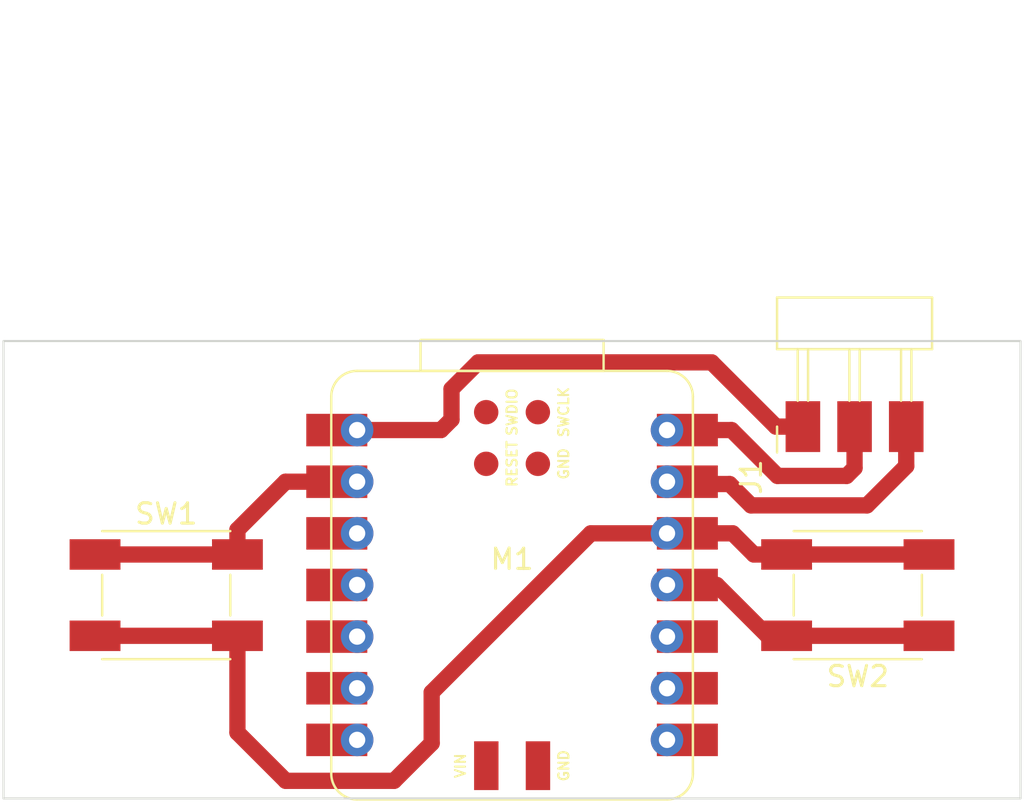
<source format=kicad_pcb>
(kicad_pcb (version 20221018) (generator pcbnew)
  (layers (0 "F.Cu" signal) (31 "B.Cu" signal) (34 "B.Paste" user) (35 "F.Paste" user) (36 "B.SilkS" user "B.Silkscreen") (37 "F.SilkS" user "F.Silkscreen") (38 "B.Mask" user) (39 "F.Mask" user) (44 "Edge.Cuts" user))
  (net 0 "")
  (net 1 "Net-(J1-Pin_1)")
  (net 2 "Net-(J1-Pin_2)")
  (net 3 "Net-(J1-Pin_3)")
  (net 18 "Net-(M1-D1)")
  (net 19 "Net-(M1-D10)")
  (net 20 "Net-(M1-3V3)")
  (footprint "fab:PinHeader_1x03_P2.54mm_Horizontal_SMD" (layer "F.Cu") (at 183.225 91.275 90)
    (fp_text reference "J1" (at -1.524 -2.54 90) (layer "F.SilkS") (effects (justify right)))
    (fp_text value "Conn_PinHeader_1x03_P2.54mm_Horizontal_SMD")
    (fp_line (start -1.27 -1.27) (end 0 -1.27) (stroke (width 0.12)) (layer "F.SilkS"))
    (fp_line (start 3.81 -1.27) (end 6.35 -1.27) (stroke (width 0.12)) (layer "F.SilkS"))
    (fp_line (start 3.81 -0.254) (end 1.27 -0.254) (stroke (width 0.12)) (layer "F.SilkS"))
    (fp_line (start 3.81 0.254) (end 1.27 0.254) (stroke (width 0.12)) (layer "F.SilkS"))
    (fp_line (start 3.81 2.286) (end 1.27 2.286) (stroke (width 0.12)) (layer "F.SilkS"))
    (fp_line (start 3.81 2.794) (end 1.27 2.794) (stroke (width 0.12)) (layer "F.SilkS"))
    (fp_line (start 3.81 4.826) (end 1.27 4.826) (stroke (width 0.12)) (layer "F.SilkS"))
    (fp_line (start 3.81 5.334) (end 1.27 5.334) (stroke (width 0.12)) (layer "F.SilkS"))
    (fp_line (start 3.81 6.35) (end 3.81 -1.27) (stroke (width 0.12)) (layer "F.SilkS"))
    (fp_line (start 6.35 -1.27) (end 6.35 6.35) (stroke (width 0.12)) (layer "F.SilkS"))
    (fp_line (start 6.35 6.35) (end 3.81 6.35) (stroke (width 0.12)) (layer "F.SilkS"))
    (pad "1" smd rect (at 0 0 90) (size 2.5 1.7) (layers "F.Cu" "F.Paste" "F.Mask") (net 1 "Net-(J1-Pin_1)"))
    (pad "2" smd rect (at 0 2.54 90) (size 2.5 1.7) (layers "F.Cu" "F.Paste" "F.Mask") (net 2 "Net-(J1-Pin_2)"))
    (pad "3" smd rect (at 0 5.08 90) (size 2.5 1.7) (layers "F.Cu" "F.Paste" "F.Mask") (net 3 "Net-(J1-Pin_3)"))
  )
  (footprint "fab:Button_Omron_B3SN_6.0x6.0mm" (layer "F.Cu") (at 151.925 99.565)
    (fp_text reference "SW1" (at 0 -4) (layer "F.SilkS"))
    (fp_text value "Switch_Tactile_Omron")
    (fp_line (start -3.15 -3.15) (end 3.15 -3.15) (stroke (width 0.12)) (layer "F.SilkS"))
    (fp_line (start -3.15 1) (end -3.15 -1) (stroke (width 0.12)) (layer "F.SilkS"))
    (fp_line (start 3.15 -1) (end 3.15 1) (stroke (width 0.12)) (layer "F.SilkS"))
    (fp_line (start 3.15 3.15) (end -3.15 3.15) (stroke (width 0.12)) (layer "F.SilkS"))
    (pad "1" smd rect (at -3.5 -2) (size 2.5 1.5) (layers "F.Cu" "F.Paste" "F.Mask") (net 18 "Net-(M1-D1)"))
    (pad "1" smd rect (at 3.5 -2) (size 2.5 1.5) (layers "F.Cu" "F.Paste" "F.Mask") (net 18 "Net-(M1-D1)"))
    (pad "2" smd rect (at -3.5 2) (size 2.5 1.5) (layers "F.Cu" "F.Paste" "F.Mask") (net 20 "Net-(M1-3V3)"))
    (pad "2" smd rect (at 3.5 2) (size 2.5 1.5) (layers "F.Cu" "F.Paste" "F.Mask") (net 20 "Net-(M1-3V3)"))
  )
  (footprint "fab:SeeedStudio_XIAO_RP2040" (layer "F.Cu") (at 168.925 99.065)
    (fp_text reference "M1" (at 0 -1.27 unlocked) (layer "F.SilkS"))
    (fp_text value "Module_XIAO-RP2040")
    (fp_text user "SWCLK" (at 2.54 -8.5 90 unlocked) (layer "F.SilkS") (effects (font (size 0.5 0.5) (thickness 0.1) bold)))
    (fp_text user "SWDIO" (at 0 -8.5 90 unlocked) (layer "F.SilkS") (effects (font (size 0.5 0.5) (thickness 0.1) bold)))
    (fp_text user "VIN" (at -2.535 8.89 90 unlocked) (layer "F.SilkS") (effects (font (size 0.5 0.5) (thickness 0.1) bold)))
    (fp_text user "GND" (at 2.54 -5.96 90 unlocked) (layer "F.SilkS") (effects (font (size 0.5 0.5) (thickness 0.1) bold)))
    (fp_text user "GND" (at 2.545 8.89 90 unlocked) (layer "F.SilkS") (effects (font (size 0.5 0.5) (thickness 0.1) bold)))
    (fp_text user "RESET" (at 0 -5.96 90 unlocked) (layer "F.SilkS") (effects (font (size 0.5 0.5) (thickness 0.1) bold)))
    (fp_line (start -8.8875 9.281) (end -8.8875 -9.261) (stroke (width 0.12)) (layer "F.SilkS"))
    (fp_line (start -7.6175 -10.531) (end 7.6225 -10.531) (stroke (width 0.12)) (layer "F.SilkS"))
    (fp_line (start 7.6225 10.551) (end -7.6175 10.551) (stroke (width 0.12)) (layer "F.SilkS"))
    (fp_line (start 8.8925 -9.261) (end 8.8925 9.281) (stroke (width 0.12)) (layer "F.SilkS"))
    (fp_rect (start -4.4975 -10.531) (end 4.5025 -12.055) (stroke (width 0.12)) (fill none) (layer "F.SilkS"))
    (fp_arc (start -8.8875 -9.261) (mid -8.515526 -10.159026) (end -7.6175 -10.531) (stroke (width 0.12)) (layer "F.SilkS"))
    (fp_arc (start -7.6175 10.551) (mid -8.515526 10.179026) (end -8.8875 9.281) (stroke (width 0.12)) (layer "F.SilkS"))
    (fp_arc (start 7.6225 -10.531) (mid 8.520526 -10.159026) (end 8.8925 -9.261) (stroke (width 0.12)) (layer "F.SilkS"))
    (fp_arc (start 8.8925 9.281) (mid 8.520526 10.179026) (end 7.6225 10.551) (stroke (width 0.12)) (layer "F.SilkS"))
    (pad "1" thru_hole circle (at -7.615 -7.62) (size 1.6 1.6) (drill 0.8) (layers "*.Cu" "*.Mask") (net 1 "Net-(J1-Pin_1)"))
    (pad "1" smd rect (at -7.615 -7.62) (size 3 1.6) (drill (offset -1 0)) (layers "F.Cu" "F.Paste" "F.Mask") (net 1 "Net-(J1-Pin_1)"))
    (pad "2" thru_hole circle (at -7.615 -5.08) (size 1.6 1.6) (drill 0.8) (layers "*.Cu" "*.Mask") (net 18 "Net-(M1-D1)"))
    (pad "2" smd rect (at -7.615 -5.08) (size 3 1.6) (drill (offset -1 0)) (layers "F.Cu" "F.Paste" "F.Mask") (net 18 "Net-(M1-D1)"))
    (pad "3" thru_hole circle (at -7.615 -2.54) (size 1.6 1.6) (drill 0.8) (layers "*.Cu" "*.Mask"))
    (pad "3" smd rect (at -7.615 -2.54) (size 3 1.6) (drill (offset -1 0)) (layers "F.Cu" "F.Paste" "F.Mask"))
    (pad "4" thru_hole circle (at -7.615 0) (size 1.6 1.6) (drill 0.8) (layers "*.Cu" "*.Mask"))
    (pad "4" smd rect (at -7.615 0) (size 3 1.6) (drill (offset -1 0)) (layers "F.Cu" "F.Paste" "F.Mask"))
    (pad "5" thru_hole circle (at -7.615 2.54) (size 1.6 1.6) (drill 0.8) (layers "*.Cu" "*.Mask"))
    (pad "5" smd rect (at -7.615 2.54) (size 3 1.6) (drill (offset -1 0)) (layers "F.Cu" "F.Paste" "F.Mask"))
    (pad "6" thru_hole circle (at -7.615 5.08) (size 1.6 1.6) (drill 0.8) (layers "*.Cu" "*.Mask"))
    (pad "6" smd rect (at -7.615 5.08) (size 3 1.6) (drill (offset -1 0)) (layers "F.Cu" "F.Paste" "F.Mask"))
    (pad "7" thru_hole circle (at -7.615 7.62) (size 1.6 1.6) (drill 0.8) (layers "*.Cu" "*.Mask"))
    (pad "7" smd rect (at -7.615 7.62) (size 3 1.6) (drill (offset -1 0)) (layers "F.Cu" "F.Paste" "F.Mask"))
    (pad "8" thru_hole circle (at 7.62 7.62) (size 1.6 1.6) (drill 0.8) (layers "*.Cu" "*.Mask"))
    (pad "8" smd rect (at 7.62 7.62) (size 3 1.6) (drill (offset 1 0)) (layers "F.Cu" "F.Paste" "F.Mask"))
    (pad "9" thru_hole circle (at 7.62 5.08) (size 1.6 1.6) (drill 0.8) (layers "*.Cu" "*.Mask"))
    (pad "9" smd rect (at 7.62 5.08) (size 3 1.6) (drill (offset 1 0)) (layers "F.Cu" "F.Paste" "F.Mask"))
    (pad "10" thru_hole circle (at 7.62 2.54) (size 1.6 1.6) (drill 0.8) (layers "*.Cu" "*.Mask"))
    (pad "10" smd rect (at 7.62 2.54) (size 3 1.6) (drill (offset 1 0)) (layers "F.Cu" "F.Paste" "F.Mask"))
    (pad "11" thru_hole circle (at 7.62 0) (size 1.6 1.6) (drill 0.8) (layers "*.Cu" "*.Mask") (net 19 "Net-(M1-D10)"))
    (pad "11" smd rect (at 7.62 0) (size 3 1.6) (drill (offset 1 0)) (layers "F.Cu" "F.Paste" "F.Mask") (net 19 "Net-(M1-D10)"))
    (pad "12" thru_hole circle (at 7.62 -2.54) (size 1.6 1.6) (drill 0.8) (layers "*.Cu" "*.Mask") (net 20 "Net-(M1-3V3)"))
    (pad "12" smd rect (at 7.62 -2.54) (size 3 1.6) (drill (offset 1 0)) (layers "F.Cu" "F.Paste" "F.Mask") (net 20 "Net-(M1-3V3)"))
    (pad "13" thru_hole circle (at 7.62 -5.08) (size 1.6 1.6) (drill 0.8) (layers "*.Cu" "*.Mask") (net 3 "Net-(J1-Pin_3)"))
    (pad "13" smd rect (at 7.62 -5.08) (size 3 1.6) (drill (offset 1 0)) (layers "F.Cu" "F.Paste" "F.Mask") (net 3 "Net-(J1-Pin_3)"))
    (pad "14" thru_hole circle (at 7.62 -7.62) (size 1.6 1.6) (drill 0.8) (layers "*.Cu" "*.Mask") (net 2 "Net-(J1-Pin_2)"))
    (pad "14" smd rect (at 7.62 -7.62) (size 3 1.6) (drill (offset 1 0)) (layers "F.Cu" "F.Paste" "F.Mask") (net 2 "Net-(J1-Pin_2)"))
    (pad "15" smd rect (at 1.275 8.89 270) (size 2.4 1.2) (layers "F.Cu" "F.Paste" "F.Mask"))
    (pad "16" smd rect (at -1.265 8.89 270) (size 2.4 1.2) (layers "F.Cu" "F.Paste" "F.Mask"))
    (pad "17" smd circle (at -1.27 -8.5) (size 1.2 1.2) (layers "F.Cu" "F.Paste" "F.Mask"))
    (pad "18" smd circle (at -1.27 -5.96) (size 1.2 1.2) (layers "F.Cu" "F.Paste" "F.Mask"))
    (pad "19" smd circle (at 1.27 -5.96) (size 1.2 1.2) (layers "F.Cu" "F.Paste" "F.Mask"))
    (pad "20" smd circle (at 1.27 -8.5) (size 1.2 1.2) (layers "F.Cu" "F.Paste" "F.Mask"))
  )
  (footprint "fab:Button_Omron_B3SN_6.0x6.0mm" (layer "F.Cu") (at 185.925 99.565 180)
    (fp_text reference "SW2" (at 0 -4) (layer "F.SilkS"))
    (fp_text value "Switch_Tactile_Omron")
    (fp_line (start -3.15 -3.15) (end 3.15 -3.15) (stroke (width 0.12)) (layer "F.SilkS"))
    (fp_line (start -3.15 1) (end -3.15 -1) (stroke (width 0.12)) (layer "F.SilkS"))
    (fp_line (start 3.15 -1) (end 3.15 1) (stroke (width 0.12)) (layer "F.SilkS"))
    (fp_line (start 3.15 3.15) (end -3.15 3.15) (stroke (width 0.12)) (layer "F.SilkS"))
    (pad "1" smd rect (at -3.5 -2 180) (size 2.5 1.5) (layers "F.Cu" "F.Paste" "F.Mask") (net 19 "Net-(M1-D10)"))
    (pad "1" smd rect (at 3.5 -2 180) (size 2.5 1.5) (layers "F.Cu" "F.Paste" "F.Mask") (net 19 "Net-(M1-D10)"))
    (pad "2" smd rect (at -3.5 2 180) (size 2.5 1.5) (layers "F.Cu" "F.Paste" "F.Mask") (net 20 "Net-(M1-3V3)"))
    (pad "2" smd rect (at 3.5 2 180) (size 2.5 1.5) (layers "F.Cu" "F.Paste" "F.Mask") (net 20 "Net-(M1-3V3)"))
  )
  (gr_rect (start 143.925 87.065) (end 193.925 109.565) (stroke (width 0.1)) (fill none) (layer "Edge.Cuts"))
  (segment (start 167.26 88.115) (end 178.74 88.115) (width 0.8) (layer "F.Cu") (net 1))
  (segment (start 181.9 91.275) (end 183.225 91.275) (width 0.8) (layer "F.Cu") (net 1))
  (segment (start 165.95 89.425) (end 167.26 88.115) (width 0.8) (layer "F.Cu") (net 1))
  (segment (start 165.95 90.925) (end 165.95 89.425) (width 0.8) (layer "F.Cu") (net 1))
  (segment (start 165.43 91.445) (end 165.95 90.925) (width 0.8) (layer "F.Cu") (net 1))
  (segment (start 178.74 88.115) (end 181.9 91.275) (width 0.8) (layer "F.Cu") (net 1))
  (segment (start 161.31 91.445) (end 165.43 91.445) (width 0.8) (layer "F.Cu") (net 1))
  (segment (start 185.375 93.7) (end 185.765 93.31) (width 0.8) (layer "F.Cu") (net 2))
  (segment (start 179.72 91.445) (end 181.975 93.7) (width 0.8) (layer "F.Cu") (net 2))
  (segment (start 181.975 93.7) (end 185.375 93.7) (width 0.8) (layer "F.Cu") (net 2))
  (segment (start 176.545 91.445) (end 179.72 91.445) (width 0.8) (layer "F.Cu") (net 2))
  (segment (start 185.765 93.31) (end 185.765 91.275) (width 0.8) (layer "F.Cu") (net 2))
  (segment (start 180.675 95.15) (end 186.375 95.15) (width 0.8) (layer "F.Cu") (net 3))
  (segment (start 186.375 95.15) (end 188.305 93.22) (width 0.8) (layer "F.Cu") (net 3))
  (segment (start 176.545 93.985) (end 176.66 94.1) (width 0.8) (layer "F.Cu") (net 3))
  (segment (start 188.305 93.22) (end 188.305 91.275) (width 0.8) (layer "F.Cu") (net 3))
  (segment (start 176.66 94.1) (end 179.625 94.1) (width 0.8) (layer "F.Cu") (net 3))
  (segment (start 179.625 94.1) (end 180.675 95.15) (width 0.8) (layer "F.Cu") (net 3))
  (segment (start 157.79 93.985) (end 155.425 96.35) (width 0.8) (layer "F.Cu") (net 18))
  (segment (start 161.31 93.985) (end 157.79 93.985) (width 0.8) (layer "F.Cu") (net 18))
  (segment (start 155.425 96.35) (end 155.425 97.565) (width 0.8) (layer "F.Cu") (net 18))
  (segment (start 155.425 97.565) (end 148.425 97.565) (width 0.8) (layer "F.Cu") (net 18))
  (segment (start 178.99 99.065) (end 181.49 101.565) (width 0.8) (layer "F.Cu") (net 19))
  (segment (start 176.545 99.065) (end 178.99 99.065) (width 0.8) (layer "F.Cu") (net 19))
  (segment (start 182.425 101.565) (end 189.425 101.565) (width 0.8) (layer "F.Cu") (net 19))
  (segment (start 181.49 101.565) (end 182.425 101.565) (width 0.8) (layer "F.Cu") (net 19))
  (segment (start 155.425 101.565) (end 155.425 106.325) (width 0.8) (layer "F.Cu") (net 20))
  (segment (start 155.425 106.325) (end 157.8 108.7) (width 0.8) (layer "F.Cu") (net 20))
  (segment (start 176.545 96.525) (end 179.775 96.525) (width 0.8) (layer "F.Cu") (net 20))
  (segment (start 180.815 97.565) (end 182.425 97.565) (width 0.8) (layer "F.Cu") (net 20))
  (segment (start 155.425 101.565) (end 148.425 101.565) (width 0.8) (layer "F.Cu") (net 20))
  (segment (start 157.8 108.7) (end 163.125 108.7) (width 0.8) (layer "F.Cu") (net 20))
  (segment (start 164.975 106.85) (end 164.975 104.35) (width 0.8) (layer "F.Cu") (net 20))
  (segment (start 182.425 97.565) (end 189.425 97.565) (width 0.8) (layer "F.Cu") (net 20))
  (segment (start 172.8 96.525) (end 176.545 96.525) (width 0.8) (layer "F.Cu") (net 20))
  (segment (start 163.125 108.7) (end 164.975 106.85) (width 0.8) (layer "F.Cu") (net 20))
  (segment (start 179.775 96.525) (end 180.815 97.565) (width 0.8) (layer "F.Cu") (net 20))
  (segment (start 164.975 104.35) (end 172.8 96.525) (width 0.8) (layer "F.Cu") (net 20))
)
</source>
